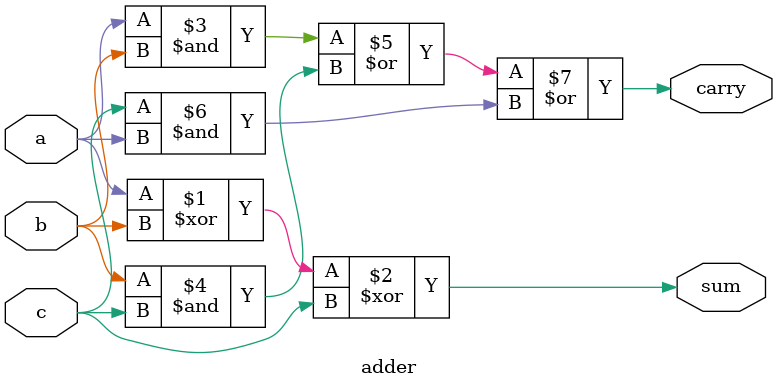
<source format=sv>
module adder(input a,b,c, output sum,carry);
  
  assign sum=a^b^c;
  assign carry=((a&b)|(b&c)|(c&a));
  
endmodule
  

</source>
